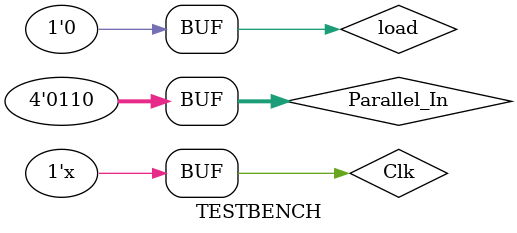
<source format=v>
`timescale 1ns / 1ps


module TESTBENCH;

	// Inputs
	reg Clk;
	reg [3:0] Parallel_In;
	reg load;

	// Outputs
	wire Serial_Out;

	// Instantiate the Unit Under Test (UUT)
	Shiftregister_PISO uut (
		.Clk(Clk), 
		.Parallel_In(Parallel_In), 
		.load(load), 
		.Serial_Out(Serial_Out)
	);

	initial begin
		// Initialize Inputs
		Clk = 0;
		Parallel_In = 0;
		load = 0;

		// Wait 100 ns for global reset to finish
		#150;
      load = 1;
      Parallel_In = 4'b0101;  
		
		#50
		load = 0;		
		
		#400
		load = 1;
      Parallel_In = 4'b0110;
		
		#100
		load = 0;

	end
	always #50 Clk = ~Clk;
      
endmodule



</source>
